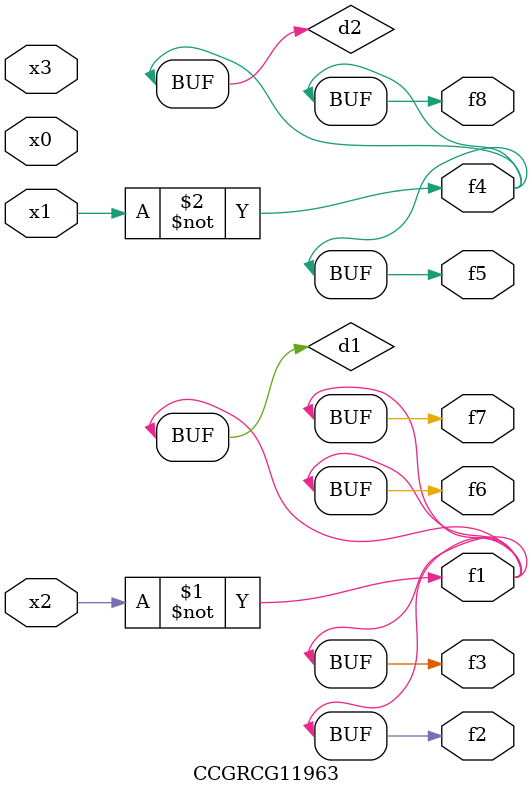
<source format=v>
module CCGRCG11963(
	input x0, x1, x2, x3,
	output f1, f2, f3, f4, f5, f6, f7, f8
);

	wire d1, d2;

	xnor (d1, x2);
	not (d2, x1);
	assign f1 = d1;
	assign f2 = d1;
	assign f3 = d1;
	assign f4 = d2;
	assign f5 = d2;
	assign f6 = d1;
	assign f7 = d1;
	assign f8 = d2;
endmodule

</source>
